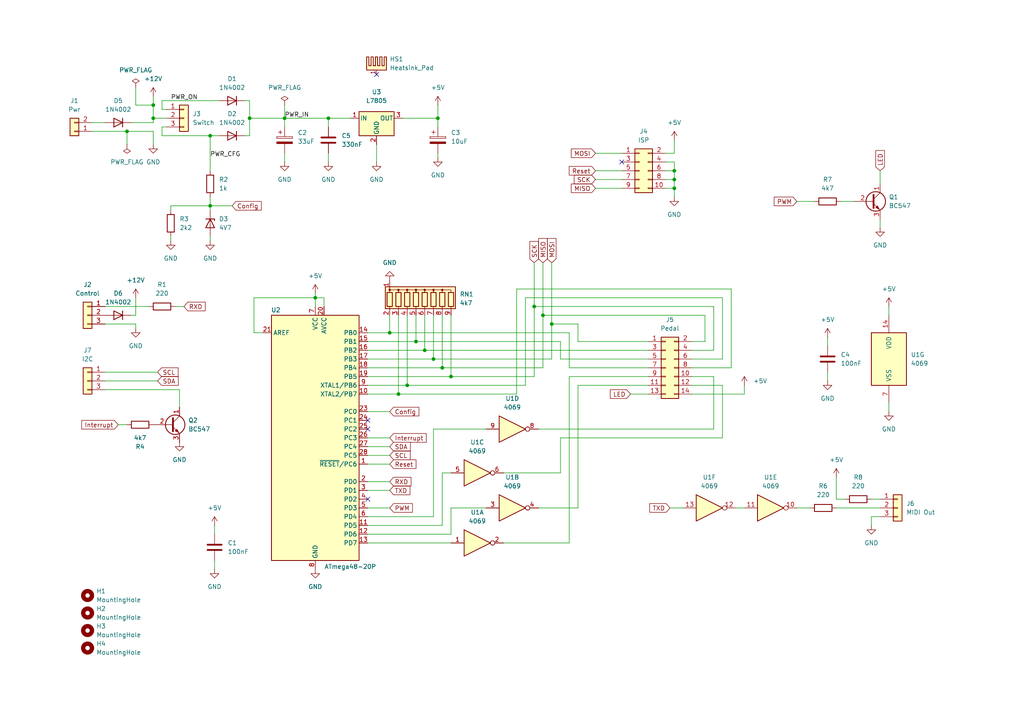
<source format=kicad_sch>
(kicad_sch (version 20231120) (generator "eeschema") (generator_version "8.0")
  (paper "A4")
  (lib_symbols
    (symbol "4xxx:4069" (pin_names (offset 1.016))
      (property "Reference" "U" (at 0 1.27 0))
      (property "Value" "4069" (at 0 -1.27 0))
      (symbol "4069_1_0"
        (pin input line (at -7.62 0 0) (length 3.81) (name "~") (number "1"))
        (pin output inverted (at 7.62 0 180) (length 3.81) (name "~") (number "2"))
      )
      (symbol "4069_2_0"
        (pin input line (at -7.62 0 0) (length 3.81) (name "~") (number "3"))
        (pin output inverted (at 7.62 0 180) (length 3.81) (name "~") (number "4"))
      )
      (symbol "4069_3_0"
        (pin input line (at -7.62 0 0) (length 3.81) (name "~") (number "5"))
        (pin output inverted (at 7.62 0 180) (length 3.81) (name "~") (number "6"))
      )
      (symbol "4069_4_0"
        (pin output inverted (at 7.62 0 180) (length 3.81) (name "~") (number "8"))
        (pin input line (at -7.62 0 0) (length 3.81) (name "~") (number "9"))
      )
      (symbol "4069_5_0"
        (pin output inverted (at 7.62 0 180) (length 3.81) (name "~") (number "10"))
        (pin input line (at -7.62 0 0) (length 3.81) (name "~") (number "11"))
      )
      (symbol "4069_6_0"
        (pin output inverted (at 7.62 0 180) (length 3.81) (name "~") (number "12"))
        (pin input line (at -7.62 0 0) (length 3.81) (name "~") (number "13"))
      )
      (symbol "4069_7_0"
        (pin power_in line (at 0 12.7 270) (length 5.08) (name "VDD") (number "14"))
        (pin power_in line (at 0 -12.7 90) (length 5.08) (name "VSS") (number "7"))
      )
    )
    (symbol "Connector_Generic:Conn_01x02" (pin_names (offset 1.016) hide)
      (property "Reference" "J" (at 0 2.54 0))
      (property "Value" "Conn_01x02" (at 0 -5.08 0))
      (symbol "Conn_01x02_1_1"
        (pin passive line (at -5.08 0 0) (length 3.81) (name "Pin_1") (number "1"))
        (pin passive line (at -5.08 -2.54 0) (length 3.81) (name "Pin_2") (number "2"))
      )
    )
    (symbol "Connector_Generic:Conn_01x03" (pin_names (offset 1.016) hide)
      (property "Reference" "J" (at 0 5.08 0))
      (property "Value" "Conn_01x03" (at 0 -5.08 0))
      (symbol "Conn_01x03_1_1"
        (pin passive line (at -5.08 2.54 0) (length 3.81) (name "Pin_1") (number "1"))
        (pin passive line (at -5.08 0 0) (length 3.81) (name "Pin_2") (number "2"))
        (pin passive line (at -5.08 -2.54 0) (length 3.81) (name "Pin_3") (number "3"))
      )
    )
    (symbol "Connector_Generic:Conn_02x05_Odd_Even" (pin_names (offset 1.016) hide)
      (property "Reference" "J" (at 1.27 7.62 0))
      (property "Value" "Conn_02x05_Odd_Even" (at 1.27 -7.62 0))
      (symbol "Conn_02x05_Odd_Even_1_1"
        (pin passive line (at -5.08 5.08 0) (length 3.81) (name "Pin_1") (number "1"))
        (pin passive line (at 7.62 -5.08 180) (length 3.81) (name "Pin_10") (number "10"))
        (pin passive line (at 7.62 5.08 180) (length 3.81) (name "Pin_2") (number "2"))
        (pin passive line (at -5.08 2.54 0) (length 3.81) (name "Pin_3") (number "3"))
        (pin passive line (at 7.62 2.54 180) (length 3.81) (name "Pin_4") (number "4"))
        (pin passive line (at -5.08 0 0) (length 3.81) (name "Pin_5") (number "5"))
        (pin passive line (at 7.62 0 180) (length 3.81) (name "Pin_6") (number "6"))
        (pin passive line (at -5.08 -2.54 0) (length 3.81) (name "Pin_7") (number "7"))
        (pin passive line (at 7.62 -2.54 180) (length 3.81) (name "Pin_8") (number "8"))
        (pin passive line (at -5.08 -5.08 0) (length 3.81) (name "Pin_9") (number "9"))
      )
    )
    (symbol "Connector_Generic:Conn_02x07_Odd_Even" (pin_names (offset 1.016) hide)
      (property "Reference" "J" (at 1.27 10.16 0))
      (property "Value" "Conn_02x07_Odd_Even" (at 1.27 -10.16 0))
      (symbol "Conn_02x07_Odd_Even_1_1"
        (pin passive line (at -5.08 7.62 0) (length 3.81) (name "Pin_1") (number "1"))
        (pin passive line (at 7.62 -2.54 180) (length 3.81) (name "Pin_10") (number "10"))
        (pin passive line (at -5.08 -5.08 0) (length 3.81) (name "Pin_11") (number "11"))
        (pin passive line (at 7.62 -5.08 180) (length 3.81) (name "Pin_12") (number "12"))
        (pin passive line (at -5.08 -7.62 0) (length 3.81) (name "Pin_13") (number "13"))
        (pin passive line (at 7.62 -7.62 180) (length 3.81) (name "Pin_14") (number "14"))
        (pin passive line (at 7.62 7.62 180) (length 3.81) (name "Pin_2") (number "2"))
        (pin passive line (at -5.08 5.08 0) (length 3.81) (name "Pin_3") (number "3"))
        (pin passive line (at 7.62 5.08 180) (length 3.81) (name "Pin_4") (number "4"))
        (pin passive line (at -5.08 2.54 0) (length 3.81) (name "Pin_5") (number "5"))
        (pin passive line (at 7.62 2.54 180) (length 3.81) (name "Pin_6") (number "6"))
        (pin passive line (at -5.08 0 0) (length 3.81) (name "Pin_7") (number "7"))
        (pin passive line (at 7.62 0 180) (length 3.81) (name "Pin_8") (number "8"))
        (pin passive line (at -5.08 -2.54 0) (length 3.81) (name "Pin_9") (number "9"))
      )
    )
    (symbol "Device:C" (pin_numbers hide) (pin_names (offset 0.254))
      (property "Reference" "C" (at 0.635 2.54 0))
      (property "Value" "C" (at 0.635 -2.54 0))
      (symbol "C_1_1"
        (pin passive line (at 0 3.81 270) (length 2.794) (name "~") (number "1"))
        (pin passive line (at 0 -3.81 90) (length 2.794) (name "~") (number "2"))
      )
    )
    (symbol "Device:C_Polarized" (pin_numbers hide) (pin_names (offset 0.254))
      (property "Reference" "C" (at 0.635 2.54 0))
      (property "Value" "C_Polarized" (at 0.635 -2.54 0))
      (symbol "C_Polarized_1_1"
        (pin passive line (at 0 3.81 270) (length 2.794) (name "~") (number "1"))
        (pin passive line (at 0 -3.81 90) (length 2.794) (name "~") (number "2"))
      )
    )
    (symbol "Device:D_Zener" (pin_numbers hide) (pin_names (offset 1.016) hide)
      (property "Reference" "D" (at 0 2.54 0))
      (property "Value" "D_Zener" (at 0 -2.54 0))
      (symbol "D_Zener_1_1"
        (pin passive line (at -3.81 0 0) (length 2.54) (name "K") (number "1"))
        (pin passive line (at 3.81 0 180) (length 2.54) (name "A") (number "2"))
      )
    )
    (symbol "Device:R" (pin_numbers hide) (pin_names (offset 0))
      (property "Reference" "R" (at 2.032 0 90))
      (property "Value" "R" (at 0 0 90))
      (symbol "R_1_1"
        (pin passive line (at 0 3.81 270) (length 1.27) (name "~") (number "1"))
        (pin passive line (at 0 -3.81 90) (length 1.27) (name "~") (number "2"))
      )
    )
    (symbol "Device:R_Network08" (pin_names (offset 0) hide)
      (property "Reference" "RN" (at -12.7 0 90))
      (property "Value" "R_Network08" (at 10.16 0 90))
      (symbol "R_Network08_1_1"
        (pin passive line (at -10.16 5.08 270) (length 2.54) (name "common") (number "1"))
        (pin passive line (at -10.16 -5.08 90) (length 1.27) (name "R1") (number "2"))
        (pin passive line (at -7.62 -5.08 90) (length 1.27) (name "R2") (number "3"))
        (pin passive line (at -5.08 -5.08 90) (length 1.27) (name "R3") (number "4"))
        (pin passive line (at -2.54 -5.08 90) (length 1.27) (name "R4") (number "5"))
        (pin passive line (at 0 -5.08 90) (length 1.27) (name "R5") (number "6"))
        (pin passive line (at 2.54 -5.08 90) (length 1.27) (name "R6") (number "7"))
        (pin passive line (at 5.08 -5.08 90) (length 1.27) (name "R7") (number "8"))
        (pin passive line (at 7.62 -5.08 90) (length 1.27) (name "R8") (number "9"))
      )
    )
    (symbol "Diode:1N4002" (pin_numbers hide) (pin_names hide)
      (property "Reference" "D" (at 0 2.54 0))
      (property "Value" "1N4002" (at 0 -2.54 0))
      (symbol "1N4002_1_1"
        (pin passive line (at -3.81 0 0) (length 2.54) (name "K") (number "1"))
        (pin passive line (at 3.81 0 180) (length 2.54) (name "A") (number "2"))
      )
    )
    (symbol "MCU_Microchip_ATmega:ATmega48-20P"
      (property "Reference" "U" (at -12.7 36.83 0))
      (property "Value" "ATmega48-20P" (at 2.54 -36.83 0))
      (symbol "ATmega48-20P_1_1"
        (pin bidirectional line (at 15.24 -7.62 180) (length 2.54) (name "~{RESET}/PC6") (number "1"))
        (pin bidirectional line (at 15.24 12.7 180) (length 2.54) (name "XTAL2/PB7") (number "10"))
        (pin bidirectional line (at 15.24 -25.4 180) (length 2.54) (name "PD5") (number "11"))
        (pin bidirectional line (at 15.24 -27.94 180) (length 2.54) (name "PD6") (number "12"))
        (pin bidirectional line (at 15.24 -30.48 180) (length 2.54) (name "PD7") (number "13"))
        (pin bidirectional line (at 15.24 30.48 180) (length 2.54) (name "PB0") (number "14"))
        (pin bidirectional line (at 15.24 27.94 180) (length 2.54) (name "PB1") (number "15"))
        (pin bidirectional line (at 15.24 25.4 180) (length 2.54) (name "PB2") (number "16"))
        (pin bidirectional line (at 15.24 22.86 180) (length 2.54) (name "PB3") (number "17"))
        (pin bidirectional line (at 15.24 20.32 180) (length 2.54) (name "PB4") (number "18"))
        (pin bidirectional line (at 15.24 17.78 180) (length 2.54) (name "PB5") (number "19"))
        (pin bidirectional line (at 15.24 -12.7 180) (length 2.54) (name "PD0") (number "2"))
        (pin power_in line (at 2.54 38.1 270) (length 2.54) (name "AVCC") (number "20"))
        (pin passive line (at -15.24 30.48 0) (length 2.54) (name "AREF") (number "21"))
        (pin passive line (at 0 -38.1 90) (length 2.54) hide (name "GND") (number "22"))
        (pin bidirectional line (at 15.24 7.62 180) (length 2.54) (name "PC0") (number "23"))
        (pin bidirectional line (at 15.24 5.08 180) (length 2.54) (name "PC1") (number "24"))
        (pin bidirectional line (at 15.24 2.54 180) (length 2.54) (name "PC2") (number "25"))
        (pin bidirectional line (at 15.24 0 180) (length 2.54) (name "PC3") (number "26"))
        (pin bidirectional line (at 15.24 -2.54 180) (length 2.54) (name "PC4") (number "27"))
        (pin bidirectional line (at 15.24 -5.08 180) (length 2.54) (name "PC5") (number "28"))
        (pin bidirectional line (at 15.24 -15.24 180) (length 2.54) (name "PD1") (number "3"))
        (pin bidirectional line (at 15.24 -17.78 180) (length 2.54) (name "PD2") (number "4"))
        (pin bidirectional line (at 15.24 -20.32 180) (length 2.54) (name "PD3") (number "5"))
        (pin bidirectional line (at 15.24 -22.86 180) (length 2.54) (name "PD4") (number "6"))
        (pin power_in line (at 0 38.1 270) (length 2.54) (name "VCC") (number "7"))
        (pin power_in line (at 0 -38.1 90) (length 2.54) (name "GND") (number "8"))
        (pin bidirectional line (at 15.24 15.24 180) (length 2.54) (name "XTAL1/PB6") (number "9"))
      )
    )
    (symbol "Mechanical:Heatsink_Pad" (pin_names (offset 0))
      (property "Reference" "HS" (at 0 5.715 0))
      (property "Value" "Heatsink_Pad" (at 0 3.81 0))
      (symbol "Heatsink_Pad_1_1"
        (pin passive line (at 0 -2.54 90) (length 1.27) (name "~") (number "1"))
      )
    )
    (symbol "Mechanical:MountingHole" (pin_names (offset 1.016))
      (property "Reference" "H" (at 0 5.08 0))
      (property "Value" "MountingHole" (at 0 3.175 0))
    )
    (symbol "Regulator_Linear:L7805" (pin_names (offset 0.254))
      (property "Reference" "U" (at -3.81 3.175 0))
      (property "Value" "L7805" (at 0 3.175 0))
      (symbol "L7805_1_1"
        (pin power_in line (at -7.62 0 0) (length 2.54) (name "IN") (number "1"))
        (pin power_in line (at 0 -7.62 90) (length 2.54) (name "GND") (number "2"))
        (pin power_out line (at 7.62 0 180) (length 2.54) (name "OUT") (number "3"))
      )
    )
    (symbol "Transistor_BJT:BC547" (pin_names (offset 0) hide)
      (property "Reference" "Q" (at 5.08 1.905 0))
      (property "Value" "BC547" (at 5.08 0 0))
      (symbol "BC547_1_1"
        (pin passive line (at 2.54 5.08 270) (length 2.54) (name "C") (number "1"))
        (pin input line (at -5.08 0 0) (length 5.08) (name "B") (number "2"))
        (pin passive line (at 2.54 -5.08 90) (length 2.54) (name "E") (number "3"))
      )
    )
    (symbol "power:+12V" (power) (pin_numbers hide) (pin_names (offset 0) hide)
      (property "Value" "+12V" (at 0 3.556 0))
      (symbol "+12V_1_1"
        (pin power_in line (at 0 0 90) (length 0) (name "~") (number "1"))
      )
    )
    (symbol "power:+5V" (power) (pin_numbers hide) (pin_names (offset 0) hide)
      (property "Value" "+5V" (at 0 3.556 0))
      (symbol "+5V_1_1"
        (pin power_in line (at 0 0 90) (length 0) (name "~") (number "1"))
      )
    )
    (symbol "power:GND" (power) (pin_numbers hide) (pin_names (offset 0) hide)
      (property "Value" "GND" (at 0 -3.81 0))
      (symbol "GND_1_1"
        (pin power_in line (at 0 0 270) (length 0) (name "~") (number "1"))
      )
    )
    (symbol "power:PWR_FLAG" (power) (pin_numbers hide) (pin_names (offset 0) hide)
      (property "Value" "PWR_FLAG" (at 0 3.81 0))
      (symbol "PWR_FLAG_0_0"
        (pin power_out line (at 0 0 90) (length 0) (name "~") (number "1"))
      )
    )
  )
  (junction (at 36.83 38.1))
  (junction (at 123.19 101.6))
  (junction (at 118.11 111.76))
  (junction (at 60.96 39.37))
  (junction (at 195.58 54.61))
  (junction (at 72.39 34.29))
  (junction (at 128.27 106.68))
  (junction (at 60.96 59.69))
  (junction (at 127 34.29))
  (junction (at 195.58 49.53))
  (junction (at 120.65 99.06))
  (junction (at 115.57 114.3))
  (junction (at 95.25 34.29))
  (junction (at 157.48 91.44))
  (junction (at 130.81 109.22))
  (junction (at 125.73 104.14))
  (junction (at 44.45 30.48))
  (junction (at 91.44 86.36))
  (junction (at 113.03 96.52))
  (junction (at 160.02 93.98))
  (junction (at 44.45 34.29))
  (junction (at 82.55 34.29))
  (junction (at 195.58 52.07))
  (junction (at 154.94 88.9))
  (no_connect (at 180.34 46.99))
  (no_connect (at 106.68 121.92))
  (no_connect (at 106.68 144.78))
  (no_connect (at 106.68 124.46))
  (no_connect (at 109.22 21.59))
  (wire (pts (xy 200.66 111.76) (xy 209.55 111.76)))
  (wire (pts (xy 44.45 30.48) (xy 44.45 34.29)))
  (wire (pts (xy 46.99 31.75) (xy 48.26 31.75)))
  (wire (pts (xy 195.58 49.53) (xy 195.58 52.07)))
  (wire (pts (xy 172.72 49.53) (xy 180.34 49.53)))
  (wire (pts (xy 128.27 152.4) (xy 106.68 152.4)))
  (wire (pts (xy 193.04 54.61) (xy 195.58 54.61)))
  (wire (pts (xy 95.25 44.45) (xy 95.25 46.99)))
  (wire (pts (xy 167.64 99.06) (xy 167.64 93.98)))
  (wire (pts (xy 38.1 91.44) (xy 39.37 91.44)))
  (wire (pts (xy 231.14 58.42) (xy 236.22 58.42)))
  (wire (pts (xy 128.27 137.16) (xy 128.27 152.4)))
  (wire (pts (xy 106.68 147.32) (xy 113.03 147.32)))
  (wire (pts (xy 154.94 76.2) (xy 154.94 88.9)))
  (wire (pts (xy 209.55 104.14) (xy 209.55 86.36)))
  (wire (pts (xy 34.29 123.19) (xy 36.83 123.19)))
  (wire (pts (xy 118.11 111.76) (xy 118.11 91.44)))
  (wire (pts (xy 207.01 124.46) (xy 207.01 109.22)))
  (wire (pts (xy 167.64 111.76) (xy 187.96 111.76)))
  (wire (pts (xy 172.72 54.61) (xy 180.34 54.61)))
  (wire (pts (xy 165.1 106.68) (xy 165.1 96.52)))
  (wire (pts (xy 182.88 114.3) (xy 187.96 114.3)))
  (wire (pts (xy 193.04 44.45) (xy 195.58 44.45)))
  (wire (pts (xy 207.01 88.9) (xy 154.94 88.9)))
  (wire (pts (xy 49.53 69.85) (xy 49.53 68.58)))
  (wire (pts (xy 242.57 144.78) (xy 242.57 138.43)))
  (wire (pts (xy 165.1 157.48) (xy 165.1 109.22)))
  (wire (pts (xy 115.57 114.3) (xy 149.86 114.3)))
  (wire (pts (xy 106.68 149.86) (xy 125.73 149.86)))
  (wire (pts (xy 200.66 101.6) (xy 207.01 101.6)))
  (wire (pts (xy 30.48 110.49) (xy 45.72 110.49)))
  (wire (pts (xy 95.25 34.29) (xy 95.25 36.83)))
  (wire (pts (xy 46.99 39.37) (xy 60.96 39.37)))
  (wire (pts (xy 165.1 109.22) (xy 187.96 109.22)))
  (wire (pts (xy 146.05 137.16) (xy 162.56 137.16)))
  (wire (pts (xy 60.96 39.37) (xy 63.5 39.37)))
  (wire (pts (xy 82.55 44.45) (xy 82.55 46.99)))
  (wire (pts (xy 193.04 49.53) (xy 195.58 49.53)))
  (wire (pts (xy 160.02 76.2) (xy 160.02 93.98)))
  (wire (pts (xy 60.96 39.37) (xy 60.96 49.53)))
  (wire (pts (xy 120.65 99.06) (xy 162.56 99.06)))
  (wire (pts (xy 39.37 30.48) (xy 44.45 30.48)))
  (wire (pts (xy 257.81 88.9) (xy 257.81 91.44)))
  (wire (pts (xy 52.07 113.03) (xy 52.07 118.11)))
  (wire (pts (xy 38.1 35.56) (xy 44.45 35.56)))
  (wire (pts (xy 82.55 30.48) (xy 82.55 34.29)))
  (wire (pts (xy 127 36.83) (xy 127 34.29)))
  (wire (pts (xy 167.64 147.32) (xy 167.64 111.76)))
  (wire (pts (xy 71.12 39.37) (xy 72.39 39.37)))
  (wire (pts (xy 194.31 147.32) (xy 198.12 147.32)))
  (wire (pts (xy 30.48 93.98) (xy 39.37 93.98)))
  (wire (pts (xy 245.11 144.78) (xy 242.57 144.78)))
  (wire (pts (xy 72.39 39.37) (xy 72.39 34.29)))
  (wire (pts (xy 60.96 59.69) (xy 60.96 60.96)))
  (wire (pts (xy 130.81 147.32) (xy 140.97 147.32)))
  (wire (pts (xy 193.04 52.07) (xy 195.58 52.07)))
  (wire (pts (xy 36.83 38.1) (xy 44.45 38.1)))
  (wire (pts (xy 156.21 147.32) (xy 167.64 147.32)))
  (wire (pts (xy 125.73 104.14) (xy 125.73 91.44)))
  (wire (pts (xy 125.73 124.46) (xy 140.97 124.46)))
  (wire (pts (xy 213.36 147.32) (xy 215.9 147.32)))
  (wire (pts (xy 193.04 46.99) (xy 195.58 46.99)))
  (wire (pts (xy 195.58 54.61) (xy 195.58 57.15)))
  (wire (pts (xy 152.4 86.36) (xy 152.4 111.76)))
  (wire (pts (xy 93.98 88.9) (xy 93.98 86.36)))
  (wire (pts (xy 30.48 107.95) (xy 45.72 107.95)))
  (wire (pts (xy 157.48 106.68) (xy 128.27 106.68)))
  (wire (pts (xy 39.37 93.98) (xy 39.37 95.25)))
  (wire (pts (xy 113.03 96.52) (xy 165.1 96.52)))
  (wire (pts (xy 72.39 29.21) (xy 71.12 29.21)))
  (wire (pts (xy 204.47 99.06) (xy 204.47 91.44)))
  (wire (pts (xy 93.98 86.36) (xy 91.44 86.36)))
  (wire (pts (xy 212.09 106.68) (xy 212.09 83.82)))
  (wire (pts (xy 172.72 52.07) (xy 180.34 52.07)))
  (wire (pts (xy 48.26 36.83) (xy 46.99 36.83)))
  (wire (pts (xy 123.19 101.6) (xy 187.96 101.6)))
  (wire (pts (xy 152.4 86.36) (xy 209.55 86.36)))
  (wire (pts (xy 187.96 106.68) (xy 165.1 106.68)))
  (wire (pts (xy 252.73 149.86) (xy 255.27 149.86)))
  (wire (pts (xy 240.03 97.79) (xy 240.03 100.33)))
  (wire (pts (xy 106.68 111.76) (xy 118.11 111.76)))
  (wire (pts (xy 160.02 104.14) (xy 125.73 104.14)))
  (wire (pts (xy 106.68 109.22) (xy 130.81 109.22)))
  (wire (pts (xy 60.96 68.58) (xy 60.96 69.85)))
  (wire (pts (xy 207.01 101.6) (xy 207.01 88.9)))
  (wire (pts (xy 156.21 124.46) (xy 207.01 124.46)))
  (wire (pts (xy 39.37 25.4) (xy 39.37 30.48)))
  (wire (pts (xy 44.45 35.56) (xy 44.45 34.29)))
  (wire (pts (xy 209.55 127) (xy 209.55 111.76)))
  (wire (pts (xy 113.03 139.7) (xy 106.68 139.7)))
  (wire (pts (xy 46.99 36.83) (xy 46.99 39.37)))
  (wire (pts (xy 109.22 41.91) (xy 109.22 46.99)))
  (wire (pts (xy 255.27 49.53) (xy 255.27 53.34)))
  (wire (pts (xy 106.68 127) (xy 113.03 127)))
  (wire (pts (xy 167.64 93.98) (xy 160.02 93.98)))
  (wire (pts (xy 130.81 109.22) (xy 130.81 91.44)))
  (wire (pts (xy 39.37 86.36) (xy 39.37 91.44)))
  (wire (pts (xy 240.03 107.95) (xy 240.03 110.49)))
  (wire (pts (xy 123.19 101.6) (xy 123.19 91.44)))
  (wire (pts (xy 200.66 106.68) (xy 212.09 106.68)))
  (wire (pts (xy 195.58 46.99) (xy 195.58 49.53)))
  (wire (pts (xy 257.81 116.84) (xy 257.81 119.38)))
  (wire (pts (xy 73.66 86.36) (xy 91.44 86.36)))
  (wire (pts (xy 60.96 57.15) (xy 60.96 59.69)))
  (wire (pts (xy 36.83 38.1) (xy 36.83 41.91)))
  (wire (pts (xy 106.68 96.52) (xy 113.03 96.52)))
  (wire (pts (xy 106.68 101.6) (xy 123.19 101.6)))
  (wire (pts (xy 149.86 83.82) (xy 149.86 114.3)))
  (wire (pts (xy 146.05 157.48) (xy 165.1 157.48)))
  (wire (pts (xy 72.39 34.29) (xy 72.39 29.21)))
  (wire (pts (xy 44.45 38.1) (xy 44.45 41.91)))
  (wire (pts (xy 157.48 76.2) (xy 157.48 91.44)))
  (wire (pts (xy 118.11 111.76) (xy 152.4 111.76)))
  (wire (pts (xy 128.27 106.68) (xy 128.27 91.44)))
  (wire (pts (xy 73.66 96.52) (xy 73.66 86.36)))
  (wire (pts (xy 252.73 152.4) (xy 252.73 149.86)))
  (wire (pts (xy 106.68 99.06) (xy 120.65 99.06)))
  (wire (pts (xy 160.02 93.98) (xy 160.02 104.14)))
  (wire (pts (xy 215.9 111.76) (xy 215.9 114.3)))
  (wire (pts (xy 60.96 59.69) (xy 67.31 59.69)))
  (wire (pts (xy 252.73 144.78) (xy 255.27 144.78)))
  (wire (pts (xy 172.72 44.45) (xy 180.34 44.45)))
  (wire (pts (xy 72.39 34.29) (xy 82.55 34.29)))
  (wire (pts (xy 162.56 127) (xy 209.55 127)))
  (wire (pts (xy 26.67 38.1) (xy 36.83 38.1)))
  (wire (pts (xy 30.48 113.03) (xy 52.07 113.03)))
  (wire (pts (xy 195.58 44.45) (xy 195.58 40.64)))
  (wire (pts (xy 106.68 132.08) (xy 113.03 132.08)))
  (wire (pts (xy 204.47 91.44) (xy 157.48 91.44)))
  (wire (pts (xy 162.56 104.14) (xy 162.56 99.06)))
  (wire (pts (xy 187.96 99.06) (xy 167.64 99.06)))
  (wire (pts (xy 127 34.29) (xy 127 30.48)))
  (wire (pts (xy 76.2 96.52) (xy 73.66 96.52)))
  (wire (pts (xy 113.03 142.24) (xy 106.68 142.24)))
  (wire (pts (xy 106.68 106.68) (xy 128.27 106.68)))
  (wire (pts (xy 106.68 134.62) (xy 113.03 134.62)))
  (wire (pts (xy 195.58 52.07) (xy 195.58 54.61)))
  (wire (pts (xy 162.56 137.16) (xy 162.56 127)))
  (wire (pts (xy 106.68 114.3) (xy 115.57 114.3)))
  (wire (pts (xy 91.44 86.36) (xy 91.44 88.9)))
  (wire (pts (xy 200.66 99.06) (xy 204.47 99.06)))
  (wire (pts (xy 125.73 149.86) (xy 125.73 124.46)))
  (wire (pts (xy 62.23 152.4) (xy 62.23 154.94)))
  (wire (pts (xy 106.68 157.48) (xy 130.81 157.48)))
  (wire (pts (xy 106.68 129.54) (xy 113.03 129.54)))
  (wire (pts (xy 187.96 104.14) (xy 162.56 104.14)))
  (wire (pts (xy 242.57 147.32) (xy 255.27 147.32)))
  (wire (pts (xy 49.53 60.96) (xy 49.53 59.69)))
  (wire (pts (xy 44.45 34.29) (xy 48.26 34.29)))
  (wire (pts (xy 26.67 35.56) (xy 30.48 35.56)))
  (wire (pts (xy 46.99 29.21) (xy 46.99 31.75)))
  (wire (pts (xy 207.01 109.22) (xy 200.66 109.22)))
  (wire (pts (xy 130.81 154.94) (xy 130.81 147.32)))
  (wire (pts (xy 212.09 83.82) (xy 149.86 83.82)))
  (wire (pts (xy 154.94 109.22) (xy 130.81 109.22)))
  (wire (pts (xy 82.55 34.29) (xy 82.55 36.83)))
  (wire (pts (xy 243.84 58.42) (xy 247.65 58.42)))
  (wire (pts (xy 116.84 34.29) (xy 127 34.29)))
  (wire (pts (xy 46.99 29.21) (xy 63.5 29.21)))
  (wire (pts (xy 106.68 104.14) (xy 125.73 104.14)))
  (wire (pts (xy 115.57 114.3) (xy 115.57 91.44)))
  (wire (pts (xy 106.68 119.38) (xy 113.03 119.38)))
  (wire (pts (xy 120.65 99.06) (xy 120.65 91.44)))
  (wire (pts (xy 30.48 88.9) (xy 43.18 88.9)))
  (wire (pts (xy 95.25 34.29) (xy 101.6 34.29)))
  (wire (pts (xy 82.55 34.29) (xy 95.25 34.29)))
  (wire (pts (xy 255.27 63.5) (xy 255.27 66.04)))
  (wire (pts (xy 113.03 96.52) (xy 113.03 91.44)))
  (wire (pts (xy 50.8 88.9) (xy 53.34 88.9)))
  (wire (pts (xy 200.66 104.14) (xy 209.55 104.14)))
  (wire (pts (xy 157.48 91.44) (xy 157.48 106.68)))
  (wire (pts (xy 91.44 85.09) (xy 91.44 86.36)))
  (wire (pts (xy 44.45 27.94) (xy 44.45 30.48)))
  (wire (pts (xy 231.14 147.32) (xy 234.95 147.32)))
  (wire (pts (xy 215.9 114.3) (xy 200.66 114.3)))
  (wire (pts (xy 154.94 88.9) (xy 154.94 109.22)))
  (wire (pts (xy 106.68 154.94) (xy 130.81 154.94)))
  (wire (pts (xy 127 44.45) (xy 127 45.72)))
  (wire (pts (xy 49.53 59.69) (xy 60.96 59.69)))
  (wire (pts (xy 62.23 162.56) (xy 62.23 165.1)))
  (wire (pts (xy 128.27 137.16) (xy 130.81 137.16)))
  (label "PWR_CFG" (at 60.96 45.72 0))
  (label "PWR_IN" (at 82.55 34.29 0))
  (label "PWR_ON" (at 49.53 29.21 0))
  (global_label "MOSI" (shape input) (at 160.02 76.2 90) (property "Intersheetrefs" "${INTERSHEET_REFS}" (effects (hide yes))))
  (global_label "Config" (shape input) (at 67.31 59.69 0) (property "Intersheetrefs" "${INTERSHEET_REFS}" (effects (hide yes))))
  (global_label "TXD" (shape input) (at 194.31 147.32 180) (property "Intersheetrefs" "${INTERSHEET_REFS}" (effects (hide yes))))
  (global_label "MISO" (shape input) (at 157.48 76.2 90) (property "Intersheetrefs" "${INTERSHEET_REFS}" (effects (hide yes))))
  (global_label "LED" (shape input) (at 255.27 49.53 90) (property "Intersheetrefs" "${INTERSHEET_REFS}" (effects (hide yes))))
  (global_label "SCL" (shape input) (at 113.03 132.08 0) (property "Intersheetrefs" "${INTERSHEET_REFS}" (effects (hide yes))))
  (global_label "MOSI" (shape input) (at 172.72 44.45 180) (property "Intersheetrefs" "${INTERSHEET_REFS}" (effects (hide yes))))
  (global_label "Interrupt" (shape input) (at 113.03 127 0) (property "Intersheetrefs" "${INTERSHEET_REFS}" (effects (hide yes))))
  (global_label "SCK" (shape input) (at 172.72 52.07 180) (property "Intersheetrefs" "${INTERSHEET_REFS}" (effects (hide yes))))
  (global_label "SCK" (shape input) (at 154.94 76.2 90) (property "Intersheetrefs" "${INTERSHEET_REFS}" (effects (hide yes))))
  (global_label "LED" (shape input) (at 182.88 114.3 180) (property "Intersheetrefs" "${INTERSHEET_REFS}" (effects (hide yes))))
  (global_label "Config" (shape input) (at 113.03 119.38 0) (property "Intersheetrefs" "${INTERSHEET_REFS}" (effects (hide yes))))
  (global_label "SCL" (shape input) (at 45.72 107.95 0) (property "Intersheetrefs" "${INTERSHEET_REFS}" (effects (hide yes))))
  (global_label "Reset" (shape input) (at 172.72 49.53 180) (property "Intersheetrefs" "${INTERSHEET_REFS}" (effects (hide yes))))
  (global_label "Interrupt" (shape input) (at 34.29 123.19 180) (property "Intersheetrefs" "${INTERSHEET_REFS}" (effects (hide yes))))
  (global_label "RXD" (shape input) (at 53.34 88.9 0) (property "Intersheetrefs" "${INTERSHEET_REFS}" (effects (hide yes))))
  (global_label "PWM" (shape input) (at 231.14 58.42 180) (property "Intersheetrefs" "${INTERSHEET_REFS}" (effects (hide yes))))
  (global_label "MISO" (shape input) (at 172.72 54.61 180) (property "Intersheetrefs" "${INTERSHEET_REFS}" (effects (hide yes))))
  (global_label "Reset" (shape input) (at 113.03 134.62 0) (property "Intersheetrefs" "${INTERSHEET_REFS}" (effects (hide yes))))
  (global_label "TXD" (shape input) (at 113.03 142.24 0) (property "Intersheetrefs" "${INTERSHEET_REFS}" (effects (hide yes))))
  (global_label "PWM" (shape input) (at 113.03 147.32 0) (property "Intersheetrefs" "${INTERSHEET_REFS}" (effects (hide yes))))
  (global_label "SDA" (shape input) (at 113.03 129.54 0) (property "Intersheetrefs" "${INTERSHEET_REFS}" (effects (hide yes))))
  (global_label "SDA" (shape input) (at 45.72 110.49 0) (property "Intersheetrefs" "${INTERSHEET_REFS}" (effects (hide yes))))
  (global_label "RXD" (shape input) (at 113.03 139.7 0) (property "Intersheetrefs" "${INTERSHEET_REFS}" (effects (hide yes))))
  (symbol (lib_id "Device:R_Network08") (at 123.19 86.36 0) (unit 1)
    (property "Reference" "RN1" (at 133.35 85.3439 0) (effects (justify left)))
    (property "Value" "4k7" (at 133.35 87.8839 0) (effects (justify left)))
    (property "Footprint" "Resistor_THT:R_Array_SIP9" (effects (hide yes)))
    (property "Datasheet" "http://www.vishay.com/docs/31509/csc.pdf" (effects (hide yes)))
    (property "Description" "8 resistor network, star topology, bussed resistors, small symbol" (effects (hide yes)))
  )
  (symbol (lib_id "power:+5V") (at 62.23 152.4 0) (unit 1)
    (property "Reference" "#PWR01" (effects (hide yes)))
    (property "Value" "+5V" (at 62.23 147.32 0))
    (property "Description" "Power symbol creates a global label with name \"+5V\"" (effects (hide yes)))
  )
  (symbol (lib_id "Diode:1N4002") (at 67.31 39.37 180) (unit 1)
    (property "Reference" "D2" (at 67.31 33.02 0))
    (property "Value" "1N4002" (at 67.31 35.56 0))
    (property "Footprint" "Diode_THT:D_DO-41_SOD81_P3.81mm_Vertical_AnodeUp" (effects (hide yes)))
    (property "Datasheet" "http://www.vishay.com/docs/88503/1n4001.pdf" (effects (hide yes)))
    (property "Description" "100V 1A General Purpose Rectifier Diode, DO-41" (effects (hide yes)))
    (property "Sim.Device" "D" (effects (hide yes)))
    (property "Sim.Pins" "1=K 2=A" (effects (hide yes)))
  )
  (symbol (lib_id "power:GND") (at 240.03 110.49 0) (unit 1)
    (property "Reference" "#PWR026" (effects (hide yes)))
    (property "Value" "GND" (at 240.03 115.57 0))
    (property "Description" "Power symbol creates a global label with name \"GND\" , ground" (effects (hide yes)))
  )
  (symbol (lib_id "Device:R") (at 238.76 147.32 90) (unit 1)
    (property "Reference" "R6" (at 238.76 140.97 90))
    (property "Value" "220" (at 238.76 143.51 90))
    (property "Footprint" "Resistor_THT:R_Axial_DIN0207_L6.3mm_D2.5mm_P2.54mm_Vertical" (effects (hide yes)))
    (property "Description" "Resistor" (effects (hide yes)))
  )
  (symbol (lib_id "power:GND") (at 49.53 69.85 0) (unit 1)
    (property "Reference" "#PWR014" (effects (hide yes)))
    (property "Value" "GND" (at 49.53 74.93 0))
    (property "Description" "Power symbol creates a global label with name \"GND\" , ground" (effects (hide yes)))
  )
  (symbol (lib_id "Diode:1N4002") (at 67.31 29.21 180) (unit 1)
    (property "Reference" "D1" (at 67.31 22.86 0))
    (property "Value" "1N4002" (at 67.31 25.4 0))
    (property "Footprint" "Diode_THT:D_DO-41_SOD81_P3.81mm_Vertical_AnodeUp" (effects (hide yes)))
    (property "Datasheet" "http://www.vishay.com/docs/88503/1n4001.pdf" (effects (hide yes)))
    (property "Description" "100V 1A General Purpose Rectifier Diode, DO-41" (effects (hide yes)))
    (property "Sim.Device" "D" (effects (hide yes)))
    (property "Sim.Pins" "1=K 2=A" (effects (hide yes)))
  )
  (symbol (lib_id "Connector_Generic:Conn_01x03") (at 260.35 147.32 0) (unit 1)
    (property "Reference" "J6" (at 262.89 146.0499 0) (effects (justify left)))
    (property "Value" "MIDI Out" (at 262.89 148.5899 0) (effects (justify left)))
    (property "Footprint" "Connector_PinHeader_2.54mm:PinHeader_1x03_P2.54mm_Vertical" (effects (hide yes)))
    (property "Description" "Generic connector, single row, 01x03, script generated (kicad-library-utils/schlib/autogen/connector/)" (effects (hide yes)))
  )
  (symbol (lib_id "Device:D_Zener") (at 60.96 64.77 270) (unit 1)
    (property "Reference" "D3" (at 63.5 63.4999 90) (effects (justify left)))
    (property "Value" "4V7" (at 63.5 66.0399 90) (effects (justify left)))
    (property "Footprint" "Diode_THT:D_DO-15_P3.81mm_Vertical_AnodeUp" (effects (hide yes)))
    (property "Description" "Zener diode" (effects (hide yes)))
  )
  (symbol (lib_id "Transistor_BJT:BC547") (at 49.53 123.19 0) (unit 1)
    (property "Reference" "Q2" (at 54.61 121.9199 0) (effects (justify left)))
    (property "Value" "BC547" (at 54.61 124.4599 0) (effects (justify left)))
    (property "Footprint" "Package_TO_SOT_THT:TO-92_Inline_Wide" (effects (hide yes)))
    (property "Datasheet" "https://www.onsemi.com/pub/Collateral/BC550-D.pdf" (effects (hide yes)))
    (property "Description" "0.1A Ic, 45V Vce, Small Signal NPN Transistor, TO-92" (effects (hide yes)))
  )
  (symbol (lib_id "Regulator_Linear:L7805") (at 109.22 34.29 0) (unit 1)
    (property "Reference" "U3" (at 109.22 26.67 0))
    (property "Value" "L7805" (at 109.22 29.21 0))
    (property "Footprint" "Package_TO_SOT_THT:TO-220-3_Vertical" (effects (hide yes)))
    (property "Datasheet" "http://www.st.com/content/ccc/resource/technical/document/datasheet/41/4f/b3/b0/12/d4/47/88/CD00000444.pdf/files/CD00000444.pdf/jcr:content/translations/en.CD00000444.pdf" (effects (hide yes)))
    (property "Description" "Positive 1.5A 35V Linear Regulator, Fixed Output 5V, TO-220/TO-263/TO-252" (effects (hide yes)))
  )
  (symbol (lib_id "power:GND") (at 91.44 165.1 0) (unit 1)
    (property "Reference" "#PWR09" (effects (hide yes)))
    (property "Value" "GND" (at 91.44 170.18 0))
    (property "Description" "Power symbol creates a global label with name \"GND\" , ground" (effects (hide yes)))
  )
  (symbol (lib_id "power:+5V") (at 242.57 138.43 0) (unit 1)
    (property "Reference" "#PWR023" (effects (hide yes)))
    (property "Value" "+5V" (at 242.57 133.35 0))
    (property "Description" "Power symbol creates a global label with name \"+5V\"" (effects (hide yes)))
  )
  (symbol (lib_id "4xxx:4069") (at 257.81 104.14 0) (unit 7)
    (property "Reference" "U1" (at 264.16 102.8699 0) (effects (justify left)))
    (property "Value" "4069" (at 264.16 105.4099 0) (effects (justify left)))
    (property "Footprint" "Package_DIP:DIP-14_W7.62mm" (effects (hide yes)))
    (property "Datasheet" "http://www.intersil.com/content/dam/Intersil/documents/cd40/cd4069ubms.pdf" (effects (hide yes)))
    (property "Description" "Hex inverter" (effects (hide yes)))
  )
  (symbol (lib_id "power:GND") (at 95.25 46.99 0) (unit 1)
    (property "Reference" "#PWR027" (effects (hide yes)))
    (property "Value" "GND" (at 95.25 52.07 0))
    (property "Description" "Power symbol creates a global label with name \"GND\" , ground" (effects (hide yes)))
  )
  (symbol (lib_id "Device:R") (at 46.99 88.9 270) (unit 1)
    (property "Reference" "R1" (at 46.99 82.55 90))
    (property "Value" "220" (at 46.99 85.09 90))
    (property "Footprint" "Resistor_THT:R_Axial_DIN0207_L6.3mm_D2.5mm_P10.16mm_Horizontal" (effects (hide yes)))
    (property "Description" "Resistor" (effects (hide yes)))
  )
  (symbol (lib_id "power:PWR_FLAG") (at 82.55 30.48 0) (unit 1)
    (property "Reference" "#FLG03" (effects (hide yes)))
    (property "Value" "PWR_FLAG" (at 82.55 25.4 0))
    (property "Description" "Special symbol for telling ERC where power comes from" (effects (hide yes)))
  )
  (symbol (lib_id "Transistor_BJT:BC547") (at 252.73 58.42 0) (unit 1)
    (property "Reference" "Q1" (at 257.81 57.1499 0) (effects (justify left)))
    (property "Value" "BC547" (at 257.81 59.6899 0) (effects (justify left)))
    (property "Footprint" "Package_TO_SOT_THT:TO-92_Inline_Wide" (effects (hide yes)))
    (property "Datasheet" "https://www.onsemi.com/pub/Collateral/BC550-D.pdf" (effects (hide yes)))
    (property "Description" "0.1A Ic, 45V Vce, Small Signal NPN Transistor, TO-92" (effects (hide yes)))
  )
  (symbol (lib_id "power:PWR_FLAG") (at 39.37 25.4 0) (unit 1)
    (property "Reference" "#FLG01" (effects (hide yes)))
    (property "Value" "PWR_FLAG" (at 39.37 20.32 0))
    (property "Description" "Special symbol for telling ERC where power comes from" (effects (hide yes)))
  )
  (symbol (lib_id "Connector_Generic:Conn_02x05_Odd_Even") (at 185.42 49.53 0) (unit 1)
    (property "Reference" "J4" (at 186.69 38.1 0))
    (property "Value" "ISP" (at 186.69 40.64 0))
    (property "Footprint" "Connector_IDC:IDC-Header_2x05_P2.54mm_Vertical" (effects (hide yes)))
    (property "Description" "Generic connector, double row, 02x05, odd/even pin numbering scheme (row 1 odd numbers, row 2 even numbers), script generated (kicad-library-utils/schlib/autogen/connector/)" (effects (hide yes)))
  )
  (symbol (lib_id "power:GND") (at 255.27 66.04 0) (unit 1)
    (property "Reference" "#PWR025" (effects (hide yes)))
    (property "Value" "GND" (at 255.27 71.12 0))
    (property "Description" "Power symbol creates a global label with name \"GND\" , ground" (effects (hide yes)))
  )
  (symbol (lib_id "Connector_Generic:Conn_01x03") (at 25.4 91.44 0) (mirror y) (unit 1)
    (property "Reference" "J2" (at 25.4 82.55 0))
    (property "Value" "Control" (at 25.4 85.09 0))
    (property "Footprint" "Connector_PinHeader_2.54mm:PinHeader_1x03_P2.54mm_Vertical" (effects (hide yes)))
    (property "Description" "Generic connector, single row, 01x03, script generated (kicad-library-utils/schlib/autogen/connector/)" (effects (hide yes)))
  )
  (symbol (lib_id "4xxx:4069") (at 148.59 124.46 0) (unit 4)
    (property "Reference" "U1" (at 148.59 115.57 0))
    (property "Value" "4069" (at 148.59 118.11 0))
    (property "Footprint" "Package_DIP:DIP-14_W7.62mm" (effects (hide yes)))
    (property "Datasheet" "http://www.intersil.com/content/dam/Intersil/documents/cd40/cd4069ubms.pdf" (effects (hide yes)))
    (property "Description" "Hex inverter" (effects (hide yes)))
  )
  (symbol (lib_id "Device:C") (at 95.25 40.64 0) (unit 1)
    (property "Reference" "C5" (at 99.06 39.3699 0) (effects (justify left)))
    (property "Value" "330nF" (at 99.06 41.9099 0) (effects (justify left)))
    (property "Footprint" "Capacitor_THT:C_Disc_D7.5mm_W2.5mm_P5.00mm" (effects (hide yes)))
    (property "Description" "Unpolarized capacitor" (effects (hide yes)))
  )
  (symbol (lib_id "Mechanical:MountingHole") (at 25.4 182.88 0) (unit 1)
    (property "Reference" "H3" (at 27.94 181.61 0) (effects (justify left)))
    (property "Value" "MountingHole" (at 27.94 184.15 0) (effects (justify left)))
    (property "Footprint" "MountingHole:MountingHole_3mm" (effects (hide yes)))
    (property "Description" "Mounting Hole without connection" (effects (hide yes)))
  )
  (symbol (lib_id "Connector_Generic:Conn_01x02") (at 21.59 38.1 180) (unit 1)
    (property "Reference" "J1" (at 21.59 29.21 0))
    (property "Value" "Pwr" (at 21.59 31.75 0))
    (property "Footprint" "Connector_PinHeader_2.54mm:PinHeader_1x02_P2.54mm_Vertical" (effects (hide yes)))
    (property "Description" "Generic connector, single row, 01x02, script generated (kicad-library-utils/schlib/autogen/connector/)" (effects (hide yes)))
  )
  (symbol (lib_id "power:GND") (at 62.23 165.1 0) (unit 1)
    (property "Reference" "#PWR02" (effects (hide yes)))
    (property "Value" "GND" (at 62.23 170.18 0))
    (property "Description" "Power symbol creates a global label with name \"GND\" , ground" (effects (hide yes)))
  )
  (symbol (lib_id "power:+5V") (at 215.9 111.76 0) (unit 1)
    (property "Reference" "#PWR022" (effects (hide yes)))
    (property "Value" "+5V" (at 218.44 110.4899 0) (effects (justify left)))
    (property "Description" "Power symbol creates a global label with name \"+5V\"" (effects (hide yes)))
  )
  (symbol (lib_id "Device:R") (at 60.96 53.34 180) (unit 1)
    (property "Reference" "R2" (at 63.5 52.0699 0) (effects (justify right)))
    (property "Value" "1k" (at 63.5 54.6099 0) (effects (justify right)))
    (property "Footprint" "Resistor_THT:R_Axial_DIN0207_L6.3mm_D2.5mm_P2.54mm_Vertical" (effects (hide yes)))
    (property "Description" "Resistor" (effects (hide yes)))
  )
  (symbol (lib_id "Device:R") (at 248.92 144.78 90) (unit 1)
    (property "Reference" "R8" (at 248.92 138.43 90))
    (property "Value" "220" (at 248.92 140.97 90))
    (property "Footprint" "Resistor_THT:R_Axial_DIN0207_L6.3mm_D2.5mm_P2.54mm_Vertical" (effects (hide yes)))
    (property "Description" "Resistor" (effects (hide yes)))
  )
  (symbol (lib_id "power:GND") (at 39.37 95.25 0) (unit 1)
    (property "Reference" "#PWR04" (effects (hide yes)))
    (property "Value" "GND" (at 39.37 100.33 0))
    (property "Description" "Power symbol creates a global label with name \"GND\" , ground" (effects (hide yes)))
  )
  (symbol (lib_id "power:GND") (at 44.45 41.91 0) (unit 1)
    (property "Reference" "#PWR06" (effects (hide yes)))
    (property "Value" "GND" (at 44.45 46.99 0))
    (property "Description" "Power symbol creates a global label with name \"GND\" , ground" (effects (hide yes)))
  )
  (symbol (lib_id "power:GND") (at 113.03 81.28 180) (unit 1)
    (property "Reference" "#PWR016" (effects (hide yes)))
    (property "Value" "GND" (at 113.03 76.2 0))
    (property "Description" "Power symbol creates a global label with name \"GND\" , ground" (effects (hide yes)))
  )
  (symbol (lib_id "power:GND") (at 257.81 119.38 0) (unit 1)
    (property "Reference" "#PWR08" (effects (hide yes)))
    (property "Value" "GND" (at 257.81 124.46 0))
    (property "Description" "Power symbol creates a global label with name \"GND\" , ground" (effects (hide yes)))
  )
  (symbol (lib_id "MCU_Microchip_ATmega:ATmega48-20P") (at 91.44 127 0) (unit 1)
    (property "Reference" "U2" (at 80.01 89.916 0))
    (property "Value" "ATmega48-20P" (at 101.6 164.338 0))
    (property "Footprint" "Package_DIP:DIP-28_W7.62mm_Socket" (effects (hide yes)))
    (property "Datasheet" "http://ww1.microchip.com/downloads/en/DeviceDoc/Atmel-2545-8-bit-AVR-Microcontroller-ATmega48-88-168_Datasheet.pdf" (effects (hide yes)))
    (property "Description" "20MHz, 4kB Flash, 512B SRAM, 256B EEPROM, DIP-28" (effects (hide yes)))
  )
  (symbol (lib_id "Connector_Generic:Conn_01x03") (at 25.4 110.49 0) (mirror y) (unit 1)
    (property "Reference" "J7" (at 25.4 101.6 0))
    (property "Value" "I2C" (at 25.4 104.14 0))
    (property "Footprint" "Connector_PinHeader_2.54mm:PinHeader_1x03_P2.54mm_Vertical" (effects (hide yes)))
    (property "Description" "Generic connector, single row, 01x03, script generated (kicad-library-utils/schlib/autogen/connector/)" (effects (hide yes)))
  )
  (symbol (lib_id "Mechanical:MountingHole") (at 25.4 177.8 0) (unit 1)
    (property "Reference" "H2" (at 27.94 176.53 0) (effects (justify left)))
    (property "Value" "MountingHole" (at 27.94 179.07 0) (effects (justify left)))
    (property "Footprint" "MountingHole:MountingHole_3mm" (effects (hide yes)))
    (property "Description" "Mounting Hole without connection" (effects (hide yes)))
  )
  (symbol (lib_id "power:GND") (at 195.58 57.15 0) (unit 1)
    (property "Reference" "#PWR021" (effects (hide yes)))
    (property "Value" "GND" (at 195.58 62.23 0))
    (property "Description" "Power symbol creates a global label with name \"GND\" , ground" (effects (hide yes)))
  )
  (symbol (lib_id "Connector_Generic:Conn_01x03") (at 53.34 34.29 0) (unit 1)
    (property "Reference" "J3" (at 55.88 33.0199 0) (effects (justify left)))
    (property "Value" "Switch" (at 55.88 35.5599 0) (effects (justify left)))
    (property "Footprint" "Connector_PinHeader_2.54mm:PinHeader_1x03_P2.54mm_Vertical" (effects (hide yes)))
    (property "Description" "Generic connector, single row, 01x03, script generated (kicad-library-utils/schlib/autogen/connector/)" (effects (hide yes)))
  )
  (symbol (lib_id "Device:R") (at 49.53 64.77 180) (unit 1)
    (property "Reference" "R3" (at 52.07 63.4999 0) (effects (justify right)))
    (property "Value" "2k2" (at 52.07 66.0399 0) (effects (justify right)))
    (property "Footprint" "Resistor_THT:R_Axial_DIN0207_L6.3mm_D2.5mm_P2.54mm_Vertical" (effects (hide yes)))
    (property "Description" "Resistor" (effects (hide yes)))
  )
  (symbol (lib_id "Device:C_Polarized") (at 127 40.64 0) (unit 1)
    (property "Reference" "C3" (at 130.81 38.4809 0) (effects (justify left)))
    (property "Value" "10uF" (at 130.81 41.0209 0) (effects (justify left)))
    (property "Footprint" "Capacitor_THT:CP_Radial_D8.0mm_P2.50mm" (effects (hide yes)))
    (property "Description" "Polarized capacitor" (effects (hide yes)))
  )
  (symbol (lib_id "power:+5V") (at 240.03 97.79 0) (unit 1)
    (property "Reference" "#PWR011" (effects (hide yes)))
    (property "Value" "+5V" (at 240.03 92.71 0))
    (property "Description" "Power symbol creates a global label with name \"+5V\"" (effects (hide yes)))
  )
  (symbol (lib_id "Mechanical:Heatsink_Pad") (at 109.22 19.05 0) (unit 1)
    (property "Reference" "HS1" (at 113.03 17.1449 0) (effects (justify left)))
    (property "Value" "Heatsink_Pad" (at 113.03 19.6849 0) (effects (justify left)))
    (property "Footprint" "Custom_Heatsinks:Heatsink_Aavid_TO-220_H12.7mm" (effects (hide yes)))
    (property "Description" "Heatsink with electrical connection, 1 pin" (effects (hide yes)))
  )
  (symbol (lib_id "Device:R") (at 240.03 58.42 90) (unit 1)
    (property "Reference" "R7" (at 240.03 52.07 90))
    (property "Value" "4k7" (at 240.03 54.61 90))
    (property "Footprint" "Resistor_THT:R_Axial_DIN0207_L6.3mm_D2.5mm_P10.16mm_Horizontal" (effects (hide yes)))
    (property "Description" "Resistor" (effects (hide yes)))
  )
  (symbol (lib_id "4xxx:4069") (at 138.43 137.16 0) (unit 3)
    (property "Reference" "U1" (at 138.43 128.27 0))
    (property "Value" "4069" (at 138.43 130.81 0))
    (property "Footprint" "Package_DIP:DIP-14_W7.62mm" (effects (hide yes)))
    (property "Datasheet" "http://www.intersil.com/content/dam/Intersil/documents/cd40/cd4069ubms.pdf" (effects (hide yes)))
    (property "Description" "Hex inverter" (effects (hide yes)))
  )
  (symbol (lib_id "4xxx:4069") (at 205.74 147.32 0) (unit 6)
    (property "Reference" "U1" (at 205.74 138.43 0))
    (property "Value" "4069" (at 205.74 140.97 0))
    (property "Footprint" "Package_DIP:DIP-14_W7.62mm" (effects (hide yes)))
    (property "Datasheet" "http://www.intersil.com/content/dam/Intersil/documents/cd40/cd4069ubms.pdf" (effects (hide yes)))
    (property "Description" "Hex inverter" (effects (hide yes)))
  )
  (symbol (lib_id "Device:C_Polarized") (at 82.55 40.64 0) (unit 1)
    (property "Reference" "C2" (at 86.36 38.4809 0) (effects (justify left)))
    (property "Value" "33uF" (at 86.36 41.0209 0) (effects (justify left)))
    (property "Footprint" "Capacitor_THT:CP_Radial_D8.0mm_P2.50mm" (effects (hide yes)))
    (property "Description" "Polarized capacitor" (effects (hide yes)))
  )
  (symbol (lib_id "power:GND") (at 127 45.72 0) (unit 1)
    (property "Reference" "#PWR019" (effects (hide yes)))
    (property "Value" "GND" (at 127 50.8 0))
    (property "Description" "Power symbol creates a global label with name \"GND\" , ground" (effects (hide yes)))
  )
  (symbol (lib_id "power:GND") (at 82.55 46.99 0) (unit 1)
    (property "Reference" "#PWR012" (effects (hide yes)))
    (property "Value" "GND" (at 82.55 52.07 0))
    (property "Description" "Power symbol creates a global label with name \"GND\" , ground" (effects (hide yes)))
  )
  (symbol (lib_id "power:+5V") (at 257.81 88.9 0) (unit 1)
    (property "Reference" "#PWR07" (effects (hide yes)))
    (property "Value" "+5V" (at 257.81 83.82 0))
    (property "Description" "Power symbol creates a global label with name \"+5V\"" (effects (hide yes)))
  )
  (symbol (lib_id "Diode:1N4002") (at 34.29 35.56 180) (unit 1)
    (property "Reference" "D5" (at 34.29 29.21 0))
    (property "Value" "1N4002" (at 34.29 31.75 0))
    (property "Footprint" "Diode_THT:D_DO-41_SOD81_P7.62mm_Horizontal" (effects (hide yes)))
    (property "Datasheet" "http://www.vishay.com/docs/88503/1n4001.pdf" (effects (hide yes)))
    (property "Description" "100V 1A General Purpose Rectifier Diode, DO-41" (effects (hide yes)))
    (property "Sim.Device" "D" (effects (hide yes)))
    (property "Sim.Pins" "1=K 2=A" (effects (hide yes)))
  )
  (symbol (lib_id "Mechanical:MountingHole") (at 25.4 172.72 0) (unit 1)
    (property "Reference" "H1" (at 27.94 171.45 0) (effects (justify left)))
    (property "Value" "MountingHole" (at 27.94 173.99 0) (effects (justify left)))
    (property "Footprint" "MountingHole:MountingHole_3mm" (effects (hide yes)))
    (property "Description" "Mounting Hole without connection" (effects (hide yes)))
  )
  (symbol (lib_id "4xxx:4069") (at 138.43 157.48 0) (unit 1)
    (property "Reference" "U1" (at 138.43 148.59 0))
    (property "Value" "4069" (at 138.43 151.13 0))
    (property "Footprint" "Package_DIP:DIP-14_W7.62mm" (effects (hide yes)))
    (property "Datasheet" "http://www.intersil.com/content/dam/Intersil/documents/cd40/cd4069ubms.pdf" (effects (hide yes)))
    (property "Description" "Hex inverter" (effects (hide yes)))
  )
  (symbol (lib_id "power:GND") (at 52.07 128.27 0) (unit 1)
    (property "Reference" "#PWR018" (effects (hide yes)))
    (property "Value" "GND" (at 52.07 133.35 0))
    (property "Description" "Power symbol creates a global label with name \"GND\" , ground" (effects (hide yes)))
  )
  (symbol (lib_id "Connector_Generic:Conn_02x07_Odd_Even") (at 193.04 106.68 0) (unit 1)
    (property "Reference" "J5" (at 194.31 92.71 0))
    (property "Value" "Pedal" (at 194.31 95.25 0))
    (property "Footprint" "Connector_PinHeader_2.54mm:PinHeader_2x07_P2.54mm_Vertical" (effects (hide yes)))
    (property "Description" "Generic connector, double row, 02x07, odd/even pin numbering scheme (row 1 odd numbers, row 2 even numbers), script generated (kicad-library-utils/schlib/autogen/connector/)" (effects (hide yes)))
  )
  (symbol (lib_id "Mechanical:MountingHole") (at 25.4 187.96 0) (unit 1)
    (property "Reference" "H4" (at 27.94 186.69 0) (effects (justify left)))
    (property "Value" "MountingHole" (at 27.94 189.23 0) (effects (justify left)))
    (property "Footprint" "MountingHole:MountingHole_3mm" (effects (hide yes)))
    (property "Description" "Mounting Hole without connection" (effects (hide yes)))
  )
  (symbol (lib_id "4xxx:4069") (at 223.52 147.32 0) (unit 5)
    (property "Reference" "U1" (at 223.52 138.43 0))
    (property "Value" "4069" (at 223.52 140.97 0))
    (property "Footprint" "Package_DIP:DIP-14_W7.62mm" (effects (hide yes)))
    (property "Datasheet" "http://www.intersil.com/content/dam/Intersil/documents/cd40/cd4069ubms.pdf" (effects (hide yes)))
    (property "Description" "Hex inverter" (effects (hide yes)))
  )
  (symbol (lib_id "power:+5V") (at 127 30.48 0) (unit 1)
    (property "Reference" "#PWR017" (effects (hide yes)))
    (property "Value" "+5V" (at 127 25.4 0))
    (property "Description" "Power symbol creates a global label with name \"+5V\"" (effects (hide yes)))
  )
  (symbol (lib_id "power:GND") (at 60.96 69.85 0) (unit 1)
    (property "Reference" "#PWR010" (effects (hide yes)))
    (property "Value" "GND" (at 60.96 74.93 0))
    (property "Description" "Power symbol creates a global label with name \"GND\" , ground" (effects (hide yes)))
  )
  (symbol (lib_id "power:GND") (at 109.22 46.99 0) (unit 1)
    (property "Reference" "#PWR015" (effects (hide yes)))
    (property "Value" "GND" (at 109.22 52.07 0))
    (property "Description" "Power symbol creates a global label with name \"GND\" , ground" (effects (hide yes)))
  )
  (symbol (lib_id "4xxx:4069") (at 148.59 147.32 0) (unit 2)
    (property "Reference" "U1" (at 148.59 138.43 0))
    (property "Value" "4069" (at 148.59 140.97 0))
    (property "Footprint" "Package_DIP:DIP-14_W7.62mm" (effects (hide yes)))
    (property "Datasheet" "http://www.intersil.com/content/dam/Intersil/documents/cd40/cd4069ubms.pdf" (effects (hide yes)))
    (property "Description" "Hex inverter" (effects (hide yes)))
  )
  (symbol (lib_id "Device:C") (at 240.03 104.14 0) (unit 1)
    (property "Reference" "C4" (at 243.84 102.8699 0) (effects (justify left)))
    (property "Value" "100nF" (at 243.84 105.4099 0) (effects (justify left)))
    (property "Footprint" "Capacitor_THT:C_Disc_D7.5mm_W2.5mm_P5.00mm" (effects (hide yes)))
    (property "Description" "Unpolarized capacitor" (effects (hide yes)))
  )
  (symbol (lib_id "power:+5V") (at 195.58 40.64 0) (unit 1)
    (property "Reference" "#PWR020" (effects (hide yes)))
    (property "Value" "+5V" (at 195.58 35.56 0))
    (property "Description" "Power symbol creates a global label with name \"+5V\"" (effects (hide yes)))
  )
  (symbol (lib_id "power:+5V") (at 91.44 85.09 0) (unit 1)
    (property "Reference" "#PWR013" (effects (hide yes)))
    (property "Value" "+5V" (at 91.44 80.01 0))
    (property "Description" "Power symbol creates a global label with name \"+5V\"" (effects (hide yes)))
  )
  (symbol (lib_id "power:GND") (at 252.73 152.4 0) (unit 1)
    (property "Reference" "#PWR024" (effects (hide yes)))
    (property "Value" "GND" (at 252.73 157.48 0))
    (property "Description" "Power symbol creates a global label with name \"GND\" , ground" (effects (hide yes)))
  )
  (symbol (lib_id "power:+12V") (at 39.37 86.36 0) (unit 1)
    (property "Reference" "#PWR03" (effects (hide yes)))
    (property "Value" "+12V" (at 39.37 81.28 0))
    (property "Description" "Power symbol creates a global label with name \"+12V\"" (effects (hide yes)))
  )
  (symbol (lib_id "Device:C") (at 62.23 158.75 0) (unit 1)
    (property "Reference" "C1" (at 66.04 157.4799 0) (effects (justify left)))
    (property "Value" "100nF" (at 66.04 160.0199 0) (effects (justify left)))
    (property "Footprint" "Capacitor_THT:C_Disc_D7.5mm_W2.5mm_P5.00mm" (effects (hide yes)))
    (property "Description" "Unpolarized capacitor" (effects (hide yes)))
  )
  (symbol (lib_id "Device:R") (at 40.64 123.19 270) (mirror x) (unit 1)
    (property "Reference" "R4" (at 40.64 129.54 90))
    (property "Value" "4k7" (at 40.64 127 90))
    (property "Footprint" "Resistor_THT:R_Axial_DIN0207_L6.3mm_D2.5mm_P2.54mm_Vertical" (effects (hide yes)))
    (property "Description" "Resistor" (effects (hide yes)))
  )
  (symbol (lib_id "power:PWR_FLAG") (at 36.83 41.91 180) (unit 1)
    (property "Reference" "#FLG02" (effects (hide yes)))
    (property "Value" "PWR_FLAG" (at 36.83 46.99 0))
    (property "Description" "Special symbol for telling ERC where power comes from" (effects (hide yes)))
  )
  (symbol (lib_id "Diode:1N4002") (at 34.29 91.44 180) (unit 1)
    (property "Reference" "D6" (at 34.29 85.09 0))
    (property "Value" "1N4002" (at 34.29 87.63 0))
    (property "Footprint" "Diode_THT:D_DO-41_SOD81_P7.62mm_Horizontal" (effects (hide yes)))
    (property "Datasheet" "http://www.vishay.com/docs/88503/1n4001.pdf" (effects (hide yes)))
    (property "Description" "100V 1A General Purpose Rectifier Diode, DO-41" (effects (hide yes)))
    (property "Sim.Device" "D" (effects (hide yes)))
    (property "Sim.Pins" "1=K 2=A" (effects (hide yes)))
  )
  (symbol (lib_id "power:+12V") (at 44.45 27.94 0) (unit 1)
    (property "Reference" "#PWR05" (effects (hide yes)))
    (property "Value" "+12V" (at 44.45 22.86 0))
    (property "Description" "Power symbol creates a global label with name \"+12V\"" (effects (hide yes)))
  )
)
</source>
